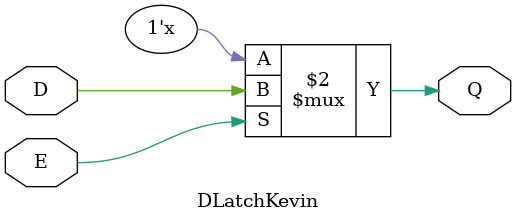
<source format=v>
module DLatchKevin(input D, input E, output reg Q);
	always @(E) begin
		if (E) begin
			Q <= D;
		end
	end
endmodule
</source>
